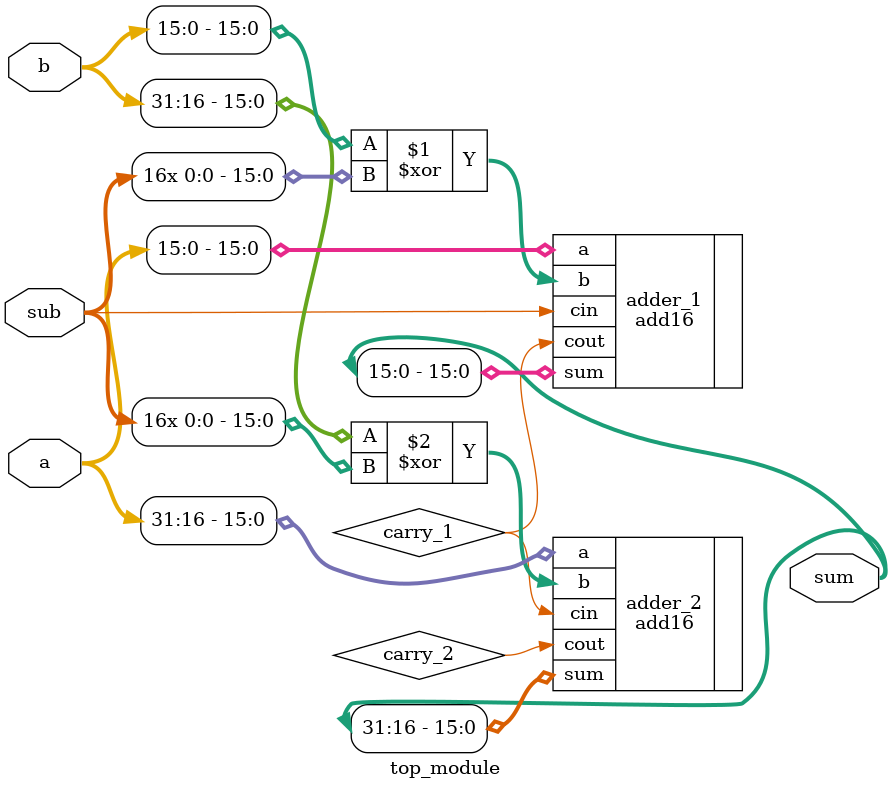
<source format=v>
module top_module(
    input [31:0] a,
    input [31:0] b,
    input sub,
    output [31:0] sum
);
    wire [0:0] carry_1, carry_2;
    add16 adder_1(.a(a[15:0]), 
                  .b(b[15:0]^{16{sub}}), 
                  .cin(sub), 
                  .sum(sum[15:0]), 
                  .cout(carry_1)
                 );
    add16 adder_2(.a(a[31:16]), 
                  .b(b[31:16]^{16{sub}}), 
                  .cin(carry_1), 
                  .sum(sum[31:16]),
                  .cout(carry_2)
                 );
endmodule

</source>
